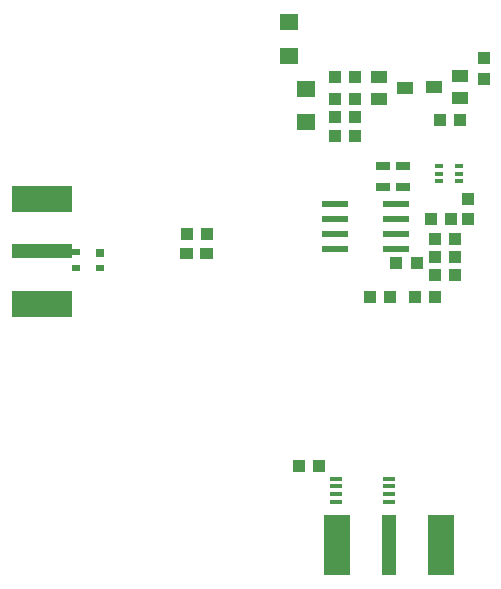
<source format=gtp>
G75*
G70*
%OFA0B0*%
%FSLAX24Y24*%
%IPPOS*%
%LPD*%
%AMOC8*
5,1,8,0,0,1.08239X$1,22.5*
%
%ADD10R,0.0472X0.0315*%
%ADD11R,0.0433X0.0394*%
%ADD12R,0.0276X0.0236*%
%ADD13R,0.0315X0.0315*%
%ADD14R,0.0630X0.0551*%
%ADD15R,0.2000X0.0450*%
%ADD16R,0.2000X0.0900*%
%ADD17R,0.0870X0.0240*%
%ADD18R,0.0551X0.0394*%
%ADD19R,0.0276X0.0157*%
%ADD20R,0.0394X0.0433*%
%ADD21R,0.0433X0.0157*%
%ADD22R,0.0450X0.2000*%
%ADD23R,0.0900X0.2000*%
D10*
X016233Y016786D03*
X016233Y017495D03*
X016898Y017492D03*
X016898Y016783D03*
D11*
X017843Y015740D03*
X018512Y015740D03*
X018628Y015056D03*
X018627Y014448D03*
X018628Y013871D03*
X017959Y013871D03*
X017958Y014448D03*
X017959Y015056D03*
X017346Y014253D03*
X016677Y014253D03*
X016459Y013111D03*
X015790Y013111D03*
X017290Y013111D03*
X017959Y013111D03*
X015291Y018485D03*
X015289Y019113D03*
X015287Y019726D03*
X014618Y019726D03*
X014620Y019113D03*
X014622Y018485D03*
X014625Y020472D03*
X015294Y020472D03*
X018123Y019030D03*
X018792Y019030D03*
X010350Y015237D03*
G36*
X010560Y014382D02*
X010129Y014381D01*
X010128Y014774D01*
X010559Y014775D01*
X010560Y014382D01*
G37*
G36*
X009890Y014380D02*
X009459Y014379D01*
X009458Y014772D01*
X009889Y014773D01*
X009890Y014380D01*
G37*
X009681Y015237D03*
X013442Y007487D03*
X014111Y007487D03*
D12*
X006780Y014100D03*
X005989Y014100D03*
X005989Y014616D03*
D13*
X006780Y014577D03*
D14*
X013087Y021175D03*
X013087Y022278D03*
X013667Y020063D03*
X013667Y018960D03*
D15*
X004861Y014648D03*
D16*
X004861Y012908D03*
X004861Y016388D03*
D17*
X014617Y016238D03*
X014617Y015738D03*
X014617Y015238D03*
X014617Y014738D03*
X016677Y014738D03*
X016677Y015238D03*
X016677Y015738D03*
X016677Y016238D03*
D18*
X016098Y019724D03*
X016098Y020472D03*
X016964Y020098D03*
X017927Y020136D03*
X018793Y020510D03*
X018793Y019762D03*
D19*
X018749Y017496D03*
X018749Y017240D03*
X018749Y016984D03*
X018080Y016984D03*
X018080Y017240D03*
X018080Y017496D03*
D20*
X019076Y016409D03*
X019076Y015740D03*
X019590Y020409D03*
X019590Y021078D03*
D21*
X016436Y007073D03*
X016436Y006817D03*
X016436Y006561D03*
X016436Y006305D03*
X014664Y006305D03*
X014664Y006561D03*
X014664Y006817D03*
X014664Y007073D03*
D22*
X016435Y004861D03*
D23*
X014695Y004861D03*
X018175Y004861D03*
M02*

</source>
